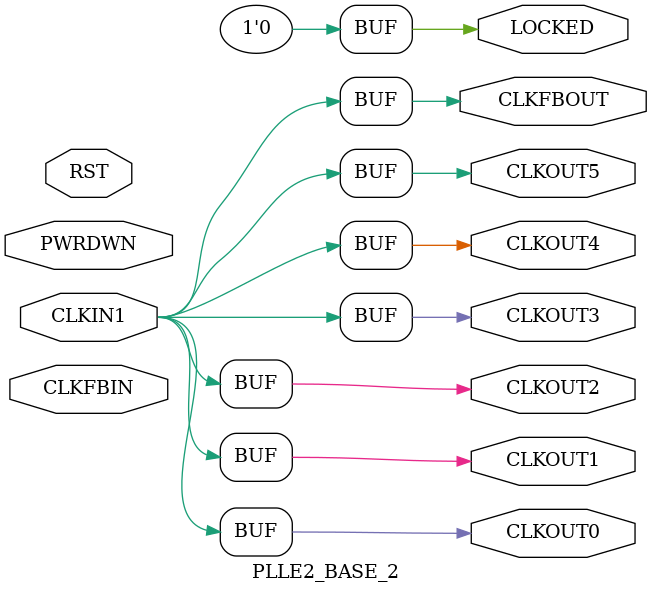
<source format=v>
module PLLE2_BASE_2 (
   LOCKED, CLKOUT0, CLKOUT1, CLKOUT2, CLKOUT3, CLKOUT4, CLKOUT5,
   CLKFBOUT,
   CLKIN1, RST, PWRDWN, CLKFBIN
   );
   parameter BANDWIDTH = 0;
   parameter CLKFBOUT_MULT = 0;
   parameter CLKFBOUT_PHASE = 0;
   parameter CLKIN1_PERIOD = 0;
   parameter CLKOUT0_DIVIDE = 0;
   parameter CLKOUT0_DUTY_CYCLE = 0;
   parameter CLKOUT0_PHASE = 0;
   parameter CLKOUT1_DIVIDE = 0;
   parameter CLKOUT1_DUTY_CYCLE = 0;
   parameter CLKOUT1_PHASE = 0;
   parameter CLKOUT2_DIVIDE = 0;
   parameter CLKOUT2_DUTY_CYCLE = 0;
   parameter CLKOUT2_PHASE = 0;
   parameter CLKOUT3_DIVIDE = 0;
   parameter CLKOUT3_DUTY_CYCLE = 0;
   parameter CLKOUT3_PHASE = 0;
   parameter CLKOUT4_DIVIDE = 0;
   parameter CLKOUT4_DUTY_CYCLE = 0;
   parameter CLKOUT4_PHASE = 0;
   parameter CLKOUT5_DIVIDE = 0;
   parameter CLKOUT5_DUTY_CYCLE = 0;
   parameter CLKOUT5_PHASE = 0;
   parameter DIVCLK_DIVIDE = 0;
   parameter REF_JITTER1 = 0;
   parameter STARTUP_WAIT = 0;
   parameter IOSTANDARD = 0;
   input CLKIN1;
   input RST;
   input PWRDWN;
   input CLKFBIN;
   output LOCKED;
   output CLKOUT0;
   output CLKOUT1;
   output CLKOUT2;
   output CLKOUT3;
   output CLKOUT4;
   output CLKOUT5;
   output CLKFBOUT;
   assign CLKFBOUT=CLKIN1;
   assign LOCKED=1'b0;
   assign CLKOUT0=CLKIN1;
   assign CLKOUT1=CLKIN1;
   assign CLKOUT2=CLKIN1;
   assign CLKOUT3=CLKIN1;
   assign CLKOUT4=CLKIN1;
   assign CLKOUT5=CLKIN1;
   assign CLKFBOUT=CLKIN1;
endmodule
</source>
